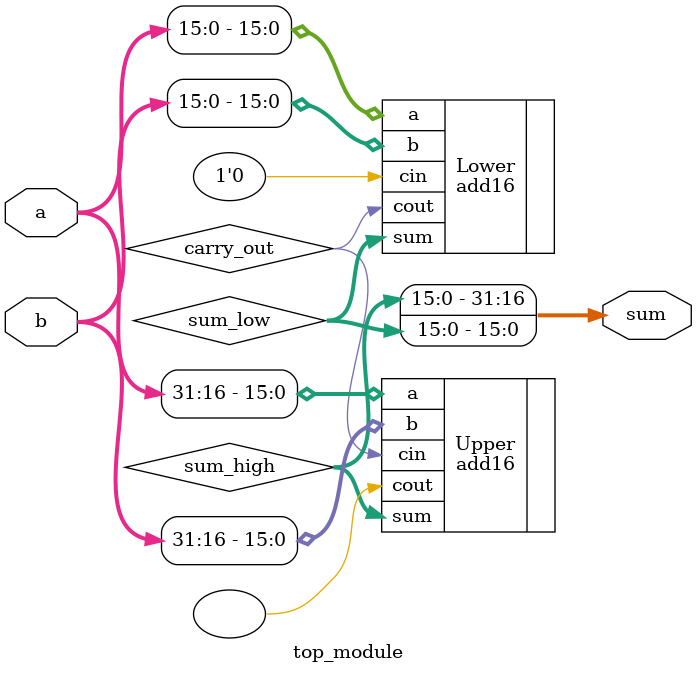
<source format=v>
module add1 (
    input a,
    input b,
    input cin,
    output sum,
    output cout
);
    assign sum = a ^ b ^ cin;
    assign cout = (a & b) | (a & cin) | (b & cin);
endmodule


module top_module (
    input [31:0] a,
    input [31:0] b,
    output [31:0] sum
);
    wire [15:0] sum_low, sum_high;
    wire carry_out;

    // Lower 16 bits
    add16 Lower(.a(a[15:0]),.b(b[15:0]),.cin(1'b0),.sum(sum_low),.cout(carry_out));

    // Upper 16 bits
    add16 Upper(.a(a[31:16]),.b(b[31:16]),.cin(carry_out),.sum(sum_high),.cout());
    assign sum = {sum_high, sum_low};
endmodule

</source>
